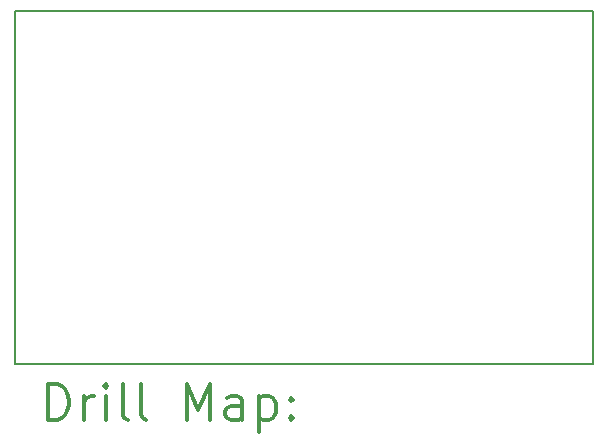
<source format=gbr>
%FSLAX45Y45*%
G04 Gerber Fmt 4.5, Leading zero omitted, Abs format (unit mm)*
G04 Created by KiCad (PCBNEW (5.0.1)-rc2) date 2018-11-22 19:59:01*
%MOMM*%
%LPD*%
G01*
G04 APERTURE LIST*
%ADD10C,0.150000*%
%ADD11C,0.200000*%
%ADD12C,0.300000*%
G04 APERTURE END LIST*
D10*
X20256500Y-8001000D02*
X20256500Y-5016500D01*
X15367000Y-8001000D02*
X20256500Y-8001000D01*
X15367000Y-5016500D02*
X15367000Y-8001000D01*
X20256500Y-5016500D02*
X15367000Y-5016500D01*
D11*
D12*
X15645928Y-8474214D02*
X15645928Y-8174214D01*
X15717357Y-8174214D01*
X15760214Y-8188500D01*
X15788786Y-8217071D01*
X15803071Y-8245643D01*
X15817357Y-8302786D01*
X15817357Y-8345643D01*
X15803071Y-8402786D01*
X15788786Y-8431357D01*
X15760214Y-8459929D01*
X15717357Y-8474214D01*
X15645928Y-8474214D01*
X15945928Y-8474214D02*
X15945928Y-8274214D01*
X15945928Y-8331357D02*
X15960214Y-8302786D01*
X15974500Y-8288500D01*
X16003071Y-8274214D01*
X16031643Y-8274214D01*
X16131643Y-8474214D02*
X16131643Y-8274214D01*
X16131643Y-8174214D02*
X16117357Y-8188500D01*
X16131643Y-8202786D01*
X16145928Y-8188500D01*
X16131643Y-8174214D01*
X16131643Y-8202786D01*
X16317357Y-8474214D02*
X16288786Y-8459929D01*
X16274500Y-8431357D01*
X16274500Y-8174214D01*
X16474500Y-8474214D02*
X16445928Y-8459929D01*
X16431643Y-8431357D01*
X16431643Y-8174214D01*
X16817357Y-8474214D02*
X16817357Y-8174214D01*
X16917357Y-8388500D01*
X17017357Y-8174214D01*
X17017357Y-8474214D01*
X17288786Y-8474214D02*
X17288786Y-8317071D01*
X17274500Y-8288500D01*
X17245928Y-8274214D01*
X17188786Y-8274214D01*
X17160214Y-8288500D01*
X17288786Y-8459929D02*
X17260214Y-8474214D01*
X17188786Y-8474214D01*
X17160214Y-8459929D01*
X17145928Y-8431357D01*
X17145928Y-8402786D01*
X17160214Y-8374214D01*
X17188786Y-8359929D01*
X17260214Y-8359929D01*
X17288786Y-8345643D01*
X17431643Y-8274214D02*
X17431643Y-8574214D01*
X17431643Y-8288500D02*
X17460214Y-8274214D01*
X17517357Y-8274214D01*
X17545928Y-8288500D01*
X17560214Y-8302786D01*
X17574500Y-8331357D01*
X17574500Y-8417072D01*
X17560214Y-8445643D01*
X17545928Y-8459929D01*
X17517357Y-8474214D01*
X17460214Y-8474214D01*
X17431643Y-8459929D01*
X17703071Y-8445643D02*
X17717357Y-8459929D01*
X17703071Y-8474214D01*
X17688786Y-8459929D01*
X17703071Y-8445643D01*
X17703071Y-8474214D01*
X17703071Y-8288500D02*
X17717357Y-8302786D01*
X17703071Y-8317071D01*
X17688786Y-8302786D01*
X17703071Y-8288500D01*
X17703071Y-8317071D01*
M02*

</source>
